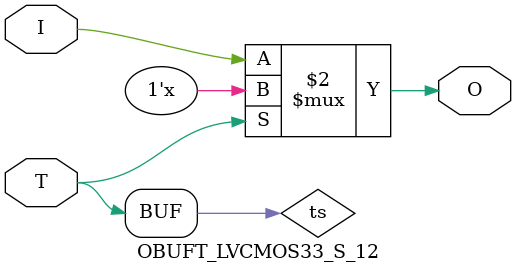
<source format=v>

/*

FUNCTION    : TRI-STATE OUTPUT BUFFER

*/

`celldefine
`timescale  100 ps / 10 ps

module OBUFT_LVCMOS33_S_12 (O, I, T);

    output O;

    input  I, T;

    or O1 (ts, 1'b0, T);
    bufif0 T1 (O, I, ts);

endmodule

</source>
